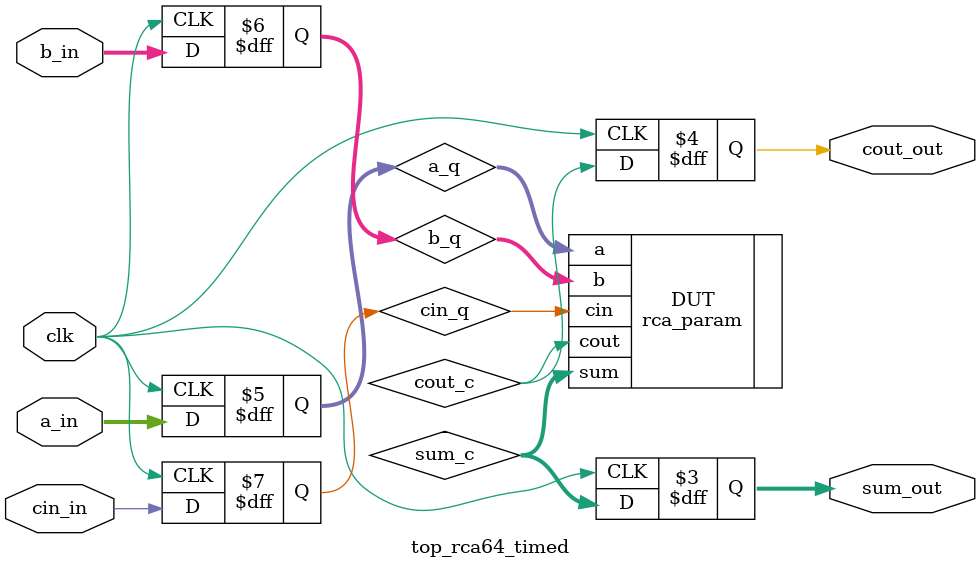
<source format=sv>
module top_rca64_timed(
  input  logic        clk,        // reloj de análisis (10 MHz)
  input  logic [63:0] a_in, b_in,
  input  logic        cin_in,
  output logic [63:0] sum_out,
  output logic        cout_out
);
  // Registros de entrada (lanzan datos)
  logic [63:0] a_q, b_q;
  logic        cin_q;
  always_ff @(posedge clk) begin
    a_q  <= a_in;
    b_q  <= b_in;
    cin_q<= cin_in;
  end

  // Lógica combinacional: el RCA de 64 bits
  logic [63:0] sum_c;
  logic        cout_c;
  rca_param #(.N(64)) DUT (
    .a   (a_q),
    .b   (b_q),
    .cin (cin_q),
    .sum (sum_c),
    .cout(cout_c)
  );

  // Registros de salida (capturan resultados)
  always_ff @(posedge clk) begin
    sum_out  <= sum_c;
    cout_out <= cout_c;
  end
endmodule

</source>
